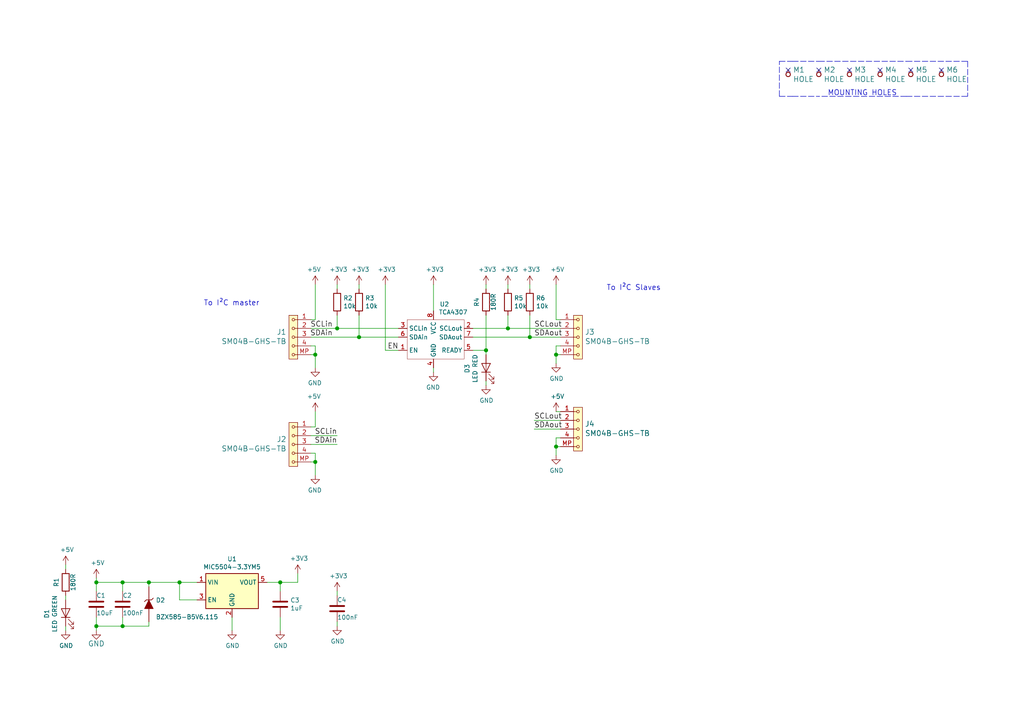
<source format=kicad_sch>
(kicad_sch (version 20210406) (generator eeschema)
  (paper "A4")
  (title_block (title "TFI2CEXT01A") (date "2021-04-05") (company "ThunderFly s.r.o.") (comment 1 "I2C expander") (comment 2 "Jacho  <info@thunderfly.cz>"))
  (lib_symbols
    (symbol "Device:C" (pin_numbers hide) (pin_names (offset 0.254))
      (property "Reference" "C" (at 0.635 2.54 0))
      (property "Value" "C" (at 0.635 -2.54 0))
      (symbol "C_0_1"
        (polyline (pts (xy -2.032 -0.762) (xy 2.032 -0.762)) (stroke (width 0.508)))
        (polyline (pts (xy -2.032 0.762) (xy 2.032 0.762)) (stroke (width 0.508)))
      )
      (symbol "C_1_1"
        (pin passive line (at 0 3.81 270) (length 2.794) (name "~") (number "1"))
        (pin passive line (at 0 -3.81 90) (length 2.794) (name "~") (number "2"))
      )
    )
    (symbol "Device:LED" (pin_numbers hide) (pin_names (offset 1.016) hide)
      (property "Reference" "D" (at 0 2.54 0))
      (property "Value" "LED" (at 0 -2.54 0))
      (symbol "LED_0_1"
        (polyline (pts (xy -1.27 -1.27) (xy -1.27 1.27)) (stroke (width 0.2032)))
        (polyline (pts (xy -1.27 0) (xy 1.27 0)))
        (polyline (pts (xy 1.27 -1.27) (xy 1.27 1.27) (xy -1.27 0) (xy 1.27 -1.27)) (stroke (width 0.2032)))
        (polyline (pts (xy -3.048 -0.762) (xy -4.572 -2.286) (xy -3.81 -2.286) (xy -4.572 -2.286) (xy -4.572 -1.524)))
        (polyline (pts (xy -1.778 -0.762) (xy -3.302 -2.286) (xy -2.54 -2.286) (xy -3.302 -2.286) (xy -3.302 -1.524)))
      )
      (symbol "LED_1_1"
        (pin passive line (at -3.81 0 0) (length 2.54) (name "K") (number "1"))
        (pin passive line (at 3.81 0 180) (length 2.54) (name "A") (number "2"))
      )
    )
    (symbol "Device:R" (pin_numbers hide) (pin_names (offset 0))
      (property "Reference" "R" (at 2.032 0 90))
      (property "Value" "R" (at 0 0 90))
      (symbol "R_0_1"
        (rectangle (start -1.016 -2.54) (end 1.016 2.54) (stroke (width 0.254)))
      )
      (symbol "R_1_1"
        (pin passive line (at 0 3.81 270) (length 1.27) (name "~") (number "1"))
        (pin passive line (at 0 -3.81 90) (length 1.27) (name "~") (number "2"))
      )
    )
    (symbol "MLAB_CONNECTORS_JST:SM04B-GHS-TB" (pin_names (offset 1.016))
      (property "Reference" "J" (at 0 -7.62 0))
      (property "Value" "SM04B-GHS-TB" (at 0 7.62 0))
      (symbol "SM04B-GHS-TB_0_1"
        (circle (center 0 -5.08) (radius 0.381))
        (circle (center 0 -2.54) (radius 0.381))
        (circle (center 0 0) (radius 0.381))
        (circle (center 0 2.54) (radius 0.381))
        (circle (center 0 5.08) (radius 0.381))
        (rectangle (start -1.27 6.35) (end 1.27 -6.35) (fill (type background)))
        (polyline (pts (xy -1.27 -5.08) (xy -0.381 -5.08)))
        (polyline (pts (xy -1.27 -2.54) (xy -0.381 -2.54)))
        (polyline (pts (xy -1.27 0) (xy -0.381 0)))
        (polyline (pts (xy -1.27 2.54) (xy -0.381 2.54)))
        (polyline (pts (xy -1.27 5.08) (xy -0.381 5.08)))
      )
      (symbol "SM04B-GHS-TB_1_1"
        (pin input line (at -5.08 5.08 0) (length 3.81) (name "~") (number "1"))
        (pin input line (at -5.08 2.54 0) (length 3.81) (name "~") (number "2"))
        (pin input line (at -5.08 0 0) (length 3.81) (name "~") (number "3"))
        (pin input line (at -5.08 -2.54 0) (length 3.81) (name "~") (number "4"))
        (pin input line (at -5.08 -5.08 0) (length 3.81) (name "~") (number "MP"))
      )
    )
    (symbol "MLAB_D:D_ZENER" (pin_numbers hide) (pin_names (offset 1.016) hide)
      (property "Reference" "D" (at 0 2.54 0))
      (property "Value" "D_ZENER" (at 0 -2.54 0))
      (symbol "D_ZENER_0_1"
        (polyline (pts (xy -1.778 1.27) (xy -1.27 0.762) (xy -1.27 -0.762) (xy -0.762 -1.27) (xy -0.762 -1.27)) (stroke (width 0.2032)))
        (polyline (pts (xy -1.27 0) (xy 1.27 1.27) (xy 1.27 -1.27) (xy -1.27 0) (xy -1.27 0)) (fill (type outline)))
      )
      (symbol "D_ZENER_1_1"
        (pin passive line (at -5.08 0 0) (length 3.81) (name "K") (number "1"))
        (pin passive line (at 5.08 0 180) (length 3.81) (name "A") (number "2"))
      )
    )
    (symbol "MLAB_IO:TCA4307"
      (property "Reference" "U" (at 3.81 6.35 0))
      (property "Value" "TCA4307" (at 6.35 -8.89 0))
      (symbol "TCA4307_0_1"
        (rectangle (start -7.62 5.08) (end 8.89 -6.35) (stroke (width 0.0006)))
      )
      (symbol "TCA4307_1_1"
        (pin unspecified line (at -10.16 -3.81 0) (length 2.54) (name "EN") (number "1"))
        (pin unspecified line (at 11.43 2.54 180) (length 2.54) (name "SCLout") (number "2"))
        (pin unspecified line (at -10.16 2.54 0) (length 2.54) (name "SCLin") (number "3"))
        (pin unspecified line (at 0 -8.89 90) (length 2.54) (name "GND") (number "4"))
        (pin unspecified line (at 11.43 -3.81 180) (length 2.54) (name "READY") (number "5"))
        (pin unspecified line (at -10.16 0 0) (length 2.54) (name "SDAin") (number "6"))
        (pin unspecified line (at 11.43 0 180) (length 2.54) (name "SDAout") (number "7"))
        (pin unspecified line (at 0 7.62 270) (length 2.54) (name "VCC") (number "8"))
      )
    )
    (symbol "MLAB_MECHANICAL:HOLE" (pin_numbers hide) (pin_names (offset 1.016) hide)
      (property "Reference" "M" (at 0 2.54 0))
      (property "Value" "HOLE" (at 0 -2.54 0))
      (symbol "HOLE_0_1"
        (circle (center 0 0) (radius 0.635) (stroke (width 0.254)))
      )
      (symbol "HOLE_1_1"
        (pin input line (at 1.27 0 180) (length 0.635) (name "~") (number "1"))
      )
    )
    (symbol "Regulator_Linear:MIC5504-3.3YM5"
      (property "Reference" "U" (at -7.62 8.89 0))
      (property "Value" "MIC5504-3.3YM5" (at -7.62 6.35 0))
      (symbol "MIC5504-3.3YM5_0_1"
        (rectangle (start -7.62 -5.08) (end 7.62 5.08) (stroke (width 0.254)) (fill (type background)))
      )
      (symbol "MIC5504-3.3YM5_1_1"
        (pin power_in line (at -10.16 2.54 0) (length 2.54) (name "VIN") (number "1"))
        (pin power_in line (at 0 -7.62 90) (length 2.54) (name "GND") (number "2"))
        (pin input line (at -10.16 -2.54 0) (length 2.54) (name "EN") (number "3"))
        (pin no_connect line (at 7.62 -2.54 180) (length 2.54) hide (name "NC") (number "4"))
        (pin power_out line (at 10.16 2.54 180) (length 2.54) (name "VOUT") (number "5"))
      )
    )
    (symbol "power:+3V3" (power) (pin_names (offset 0))
      (property "Value" "+3V3" (at 0 3.556 0))
      (symbol "+3V3_0_1"
        (polyline (pts (xy -0.762 1.27) (xy 0 2.54)))
        (polyline (pts (xy 0 0) (xy 0 2.54)))
        (polyline (pts (xy 0 2.54) (xy 0.762 1.27)))
      )
      (symbol "+3V3_1_1"
        (pin power_in line (at 0 0 90) (length 0) hide (name "+3V3") (number "1"))
      )
    )
    (symbol "power:+5V" (power) (pin_names (offset 0))
      (property "Value" "+5V" (at 0 3.556 0))
      (symbol "+5V_0_1"
        (polyline (pts (xy -0.762 1.27) (xy 0 2.54)))
        (polyline (pts (xy 0 0) (xy 0 2.54)))
        (polyline (pts (xy 0 2.54) (xy 0.762 1.27)))
      )
      (symbol "+5V_1_1"
        (pin power_in line (at 0 0 90) (length 0) hide (name "+5V") (number "1"))
      )
    )
    (symbol "power:GND" (power) (pin_names (offset 0))
      (property "Value" "GND" (at 0 -3.81 0))
      (symbol "GND_0_1"
        (polyline (pts (xy 0 0) (xy 0 -1.27) (xy 1.27 -1.27) (xy 0 -2.54) (xy -1.27 -1.27) (xy 0 -1.27)))
      )
      (symbol "GND_1_1"
        (pin power_in line (at 0 0 270) (length 0) hide (name "GND") (number "1"))
      )
    )
  )
  (junction (at 27.94 168.91) (diameter 1.016))
  (junction (at 27.94 181.61) (diameter 1.016))
  (junction (at 35.56 168.91) (diameter 1.016))
  (junction (at 35.56 181.61) (diameter 1.016))
  (junction (at 43.18 168.91) (diameter 1.016))
  (junction (at 52.07 168.91) (diameter 1.016))
  (junction (at 81.28 168.91) (diameter 1.016))
  (junction (at 91.44 102.87) (diameter 1.016))
  (junction (at 91.44 133.985) (diameter 1.016))
  (junction (at 97.79 95.25) (diameter 1.016))
  (junction (at 104.14 97.79) (diameter 1.016))
  (junction (at 140.97 101.6) (diameter 1.016))
  (junction (at 147.32 95.25) (diameter 1.016))
  (junction (at 153.67 97.79) (diameter 1.016))
  (junction (at 161.29 102.87) (diameter 1.016))
  (junction (at 161.29 129.54) (diameter 1.016))
  (no_connect (at 228.6 20.32))
  (no_connect (at 237.49 20.32))
  (no_connect (at 246.38 20.32))
  (no_connect (at 255.27 20.32))
  (no_connect (at 264.16 20.32))
  (no_connect (at 273.05 20.32))
  (wire (pts (xy 19.05 163.83) (xy 19.05 165.1)))
  (wire (pts (xy 19.05 172.72) (xy 19.05 173.99)))
  (wire (pts (xy 19.05 181.61) (xy 19.05 182.88)))
  (wire (pts (xy 27.94 167.64) (xy 27.94 168.91)))
  (wire (pts (xy 27.94 168.91) (xy 35.56 168.91)))
  (wire (pts (xy 27.94 171.45) (xy 27.94 168.91)))
  (wire (pts (xy 27.94 179.07) (xy 27.94 181.61)))
  (wire (pts (xy 27.94 181.61) (xy 27.94 182.88)))
  (wire (pts (xy 27.94 181.61) (xy 35.56 181.61)))
  (wire (pts (xy 35.56 168.91) (xy 43.18 168.91)))
  (wire (pts (xy 35.56 171.45) (xy 35.56 168.91)))
  (wire (pts (xy 35.56 179.07) (xy 35.56 181.61)))
  (wire (pts (xy 35.56 181.61) (xy 43.18 181.61)))
  (wire (pts (xy 43.18 168.91) (xy 52.07 168.91)))
  (wire (pts (xy 43.18 170.18) (xy 43.18 168.91)))
  (wire (pts (xy 43.18 180.34) (xy 43.18 181.61)))
  (wire (pts (xy 52.07 173.99) (xy 52.07 168.91)))
  (wire (pts (xy 57.15 168.91) (xy 52.07 168.91)))
  (wire (pts (xy 57.15 173.99) (xy 52.07 173.99)))
  (wire (pts (xy 67.31 179.07) (xy 67.31 182.88)))
  (wire (pts (xy 77.47 168.91) (xy 81.28 168.91)))
  (wire (pts (xy 81.28 168.91) (xy 81.28 171.45)))
  (wire (pts (xy 81.28 168.91) (xy 86.36 168.91)))
  (wire (pts (xy 81.28 179.07) (xy 81.28 182.88)))
  (wire (pts (xy 86.36 168.91) (xy 86.36 166.37)))
  (wire (pts (xy 90.17 95.25) (xy 97.79 95.25)))
  (wire (pts (xy 90.17 97.79) (xy 104.14 97.79)))
  (wire (pts (xy 90.17 100.33) (xy 91.44 100.33)))
  (wire (pts (xy 90.17 102.87) (xy 91.44 102.87)))
  (wire (pts (xy 90.17 126.365) (xy 97.79 126.365)))
  (wire (pts (xy 90.17 128.905) (xy 97.79 128.905)))
  (wire (pts (xy 90.17 131.445) (xy 91.44 131.445)))
  (wire (pts (xy 90.17 133.985) (xy 91.44 133.985)))
  (wire (pts (xy 91.44 82.55) (xy 91.44 92.71)))
  (wire (pts (xy 91.44 92.71) (xy 90.17 92.71)))
  (wire (pts (xy 91.44 100.33) (xy 91.44 102.87)))
  (wire (pts (xy 91.44 102.87) (xy 91.44 106.68)))
  (wire (pts (xy 91.44 119.38) (xy 91.44 123.825)))
  (wire (pts (xy 91.44 123.825) (xy 90.17 123.825)))
  (wire (pts (xy 91.44 131.445) (xy 91.44 133.985)))
  (wire (pts (xy 91.44 133.985) (xy 91.44 137.795)))
  (wire (pts (xy 97.79 82.55) (xy 97.79 83.82)))
  (wire (pts (xy 97.79 91.44) (xy 97.79 95.25)))
  (wire (pts (xy 97.79 95.25) (xy 115.57 95.25)))
  (wire (pts (xy 97.79 171.45) (xy 97.79 172.72)))
  (wire (pts (xy 97.79 180.34) (xy 97.79 181.61)))
  (wire (pts (xy 104.14 82.55) (xy 104.14 83.82)))
  (wire (pts (xy 104.14 91.44) (xy 104.14 97.79)))
  (wire (pts (xy 104.14 97.79) (xy 115.57 97.79)))
  (wire (pts (xy 111.76 101.6) (xy 111.76 82.55)))
  (wire (pts (xy 115.57 101.6) (xy 111.76 101.6)))
  (wire (pts (xy 125.73 82.55) (xy 125.73 90.17)))
  (wire (pts (xy 125.73 106.68) (xy 125.73 107.95)))
  (wire (pts (xy 137.16 95.25) (xy 147.32 95.25)))
  (wire (pts (xy 137.16 97.79) (xy 153.67 97.79)))
  (wire (pts (xy 137.16 101.6) (xy 140.97 101.6)))
  (wire (pts (xy 140.97 82.55) (xy 140.97 83.82)))
  (wire (pts (xy 140.97 91.44) (xy 140.97 101.6)))
  (wire (pts (xy 140.97 101.6) (xy 140.97 102.87)))
  (wire (pts (xy 140.97 110.49) (xy 140.97 111.76)))
  (wire (pts (xy 147.32 82.55) (xy 147.32 83.82)))
  (wire (pts (xy 147.32 91.44) (xy 147.32 95.25)))
  (wire (pts (xy 147.32 95.25) (xy 162.56 95.25)))
  (wire (pts (xy 153.67 82.55) (xy 153.67 83.82)))
  (wire (pts (xy 153.67 91.44) (xy 153.67 97.79)))
  (wire (pts (xy 153.67 97.79) (xy 162.56 97.79)))
  (wire (pts (xy 154.94 121.92) (xy 162.56 121.92)))
  (wire (pts (xy 154.94 124.46) (xy 162.56 124.46)))
  (wire (pts (xy 161.29 82.55) (xy 161.29 92.71)))
  (wire (pts (xy 161.29 92.71) (xy 162.56 92.71)))
  (wire (pts (xy 161.29 100.33) (xy 161.29 102.87)))
  (wire (pts (xy 161.29 102.87) (xy 161.29 105.41)))
  (wire (pts (xy 161.29 119.38) (xy 162.56 119.38)))
  (wire (pts (xy 161.29 127) (xy 161.29 129.54)))
  (wire (pts (xy 161.29 129.54) (xy 161.29 132.08)))
  (wire (pts (xy 162.56 100.33) (xy 161.29 100.33)))
  (wire (pts (xy 162.56 102.87) (xy 161.29 102.87)))
  (wire (pts (xy 162.56 127) (xy 161.29 127)))
  (wire (pts (xy 162.56 129.54) (xy 161.29 129.54)))
  (polyline (pts (xy 226.06 17.78) (xy 229.87 17.78)) (stroke (width 0) (type dash)))
  (polyline (pts (xy 226.06 27.94) (xy 226.06 17.78)) (stroke (width 0) (type dash)))
  (polyline (pts (xy 226.06 27.94) (xy 229.87 27.94)) (stroke (width 0) (type dash)))
  (polyline (pts (xy 229.87 17.78) (xy 237.49 17.78)) (stroke (width 0) (type dash)))
  (polyline (pts (xy 229.87 27.94) (xy 237.49 27.94)) (stroke (width 0) (type dash)))
  (polyline (pts (xy 237.49 17.78) (xy 262.89 17.78)) (stroke (width 0) (type dash)))
  (polyline (pts (xy 262.89 17.78) (xy 280.67 17.78)) (stroke (width 0) (type dash)))
  (polyline (pts (xy 262.89 27.94) (xy 237.49 27.94)) (stroke (width 0) (type dash)))
  (polyline (pts (xy 262.89 27.94) (xy 280.67 27.94)) (stroke (width 0) (type dash)))
  (polyline (pts (xy 280.67 17.78) (xy 280.67 27.94)) (stroke (width 0) (type dash)))
  (text "To I²C master" (at 59.055 88.9 0) (effects (font (size 1.524 1.524)) (justify left bottom)))
  (text "To I²C Slaves" (at 175.895 84.455 0) (effects (font (size 1.524 1.524)) (justify left bottom)))
  (text "MOUNTING HOLES" (at 240.03 27.94 0) (effects (font (size 1.524 1.524)) (justify left bottom)))
  (label "SCLin" (at 96.52 95.25 180) (effects (font (size 1.524 1.524))))
  (label "SDAin" (at 96.52 97.79 180) (effects (font (size 1.524 1.524))))
  (label "SCLin" (at 97.79 126.365 180) (effects (font (size 1.524 1.524))))
  (label "SDAin" (at 97.79 128.905 180) (effects (font (size 1.524 1.524))))
  (label "EN" (at 115.57 101.6 180) (effects (font (size 1.524 1.524))))
  (label "SCLout" (at 154.94 95.25 0) (effects (font (size 1.524 1.524))))
  (label "SDAout" (at 154.94 97.79 0) (effects (font (size 1.524 1.524))))
  (label "SCLout" (at 154.94 121.92 0) (effects (font (size 1.524 1.524))))
  (label "SDAout" (at 154.94 124.46 0) (effects (font (size 1.524 1.524))))
  (symbol (lib_id "MLAB_MECHANICAL:HOLE") (at 228.6 21.59 90) (unit 1)
    (property "Reference" "M1" (at 229.9971 20.2579 90) (effects (font (size 1.524 1.524)) (justify right)))
    (property "Value" "HOLE" (at 229.9971 22.9655 90) (effects (font (size 1.524 1.524)) (justify right)))
    (property "Footprint" "Mlab_Mechanical:dira_3mm" (effects hide))
  )
  (symbol (lib_id "MLAB_MECHANICAL:HOLE") (at 237.49 21.59 90) (unit 1)
    (property "Reference" "M2" (at 238.8871 20.2579 90) (effects (font (size 1.524 1.524)) (justify right)))
    (property "Value" "HOLE" (at 238.8871 22.9655 90) (effects (font (size 1.524 1.524)) (justify right)))
    (property "Footprint" "Mlab_Mechanical:dira_3mm" (effects hide))
  )
  (symbol (lib_id "MLAB_MECHANICAL:HOLE") (at 246.38 21.59 90) (unit 1)
    (property "Reference" "M3" (at 247.7771 20.2579 90) (effects (font (size 1.524 1.524)) (justify right)))
    (property "Value" "HOLE" (at 247.7771 22.9655 90) (effects (font (size 1.524 1.524)) (justify right)))
    (property "Footprint" "Mlab_Mechanical:dira_3mm" (effects hide))
  )
  (symbol (lib_id "MLAB_MECHANICAL:HOLE") (at 255.27 21.59 90) (unit 1)
    (property "Reference" "M4" (at 256.6671 20.2579 90) (effects (font (size 1.524 1.524)) (justify right)))
    (property "Value" "HOLE" (at 256.6671 22.9655 90) (effects (font (size 1.524 1.524)) (justify right)))
    (property "Footprint" "Mlab_Mechanical:dira_3mm" (effects hide))
  )
  (symbol (lib_id "MLAB_MECHANICAL:HOLE") (at 264.16 21.59 90) (unit 1)
    (property "Reference" "M5" (at 265.5571 20.2579 90) (effects (font (size 1.524 1.524)) (justify right)))
    (property "Value" "HOLE" (at 265.5571 22.9655 90) (effects (font (size 1.524 1.524)) (justify right)))
    (property "Footprint" "Mlab_Mechanical:dira_3mm" (effects hide))
  )
  (symbol (lib_id "MLAB_MECHANICAL:HOLE") (at 273.05 21.59 90) (unit 1)
    (property "Reference" "M6" (at 274.4471 20.2579 90) (effects (font (size 1.524 1.524)) (justify right)))
    (property "Value" "HOLE" (at 274.4471 22.9655 90) (effects (font (size 1.524 1.524)) (justify right)))
    (property "Footprint" "Mlab_Mechanical:dira_3mm" (effects hide))
  )
  (symbol (lib_id "power:+5V") (at 19.05 163.83 0) (unit 1)
    (property "Reference" "#PWR01" (effects hide))
    (property "Value" "+5V" (at 19.431 159.4358 0))
  )
  (symbol (lib_id "power:+5V") (at 27.94 167.64 0) (unit 1)
    (property "Reference" "#PWR03" (effects hide))
    (property "Value" "+5V" (at 28.321 163.2458 0))
  )
  (symbol (lib_id "power:+3V3") (at 86.36 166.37 0) (unit 1)
    (property "Reference" "#PWR07" (effects hide))
    (property "Value" "+3V3" (at 86.741 161.9758 0))
  )
  (symbol (lib_id "power:+5V") (at 91.44 82.55 0) (mirror y) (unit 1)
    (property "Reference" "#PWR08" (effects hide))
    (property "Value" "+5V" (at 91.059 78.1558 0))
  )
  (symbol (lib_id "power:+5V") (at 91.44 119.38 0) (mirror y) (unit 1)
    (property "Reference" "#PWR010" (effects hide))
    (property "Value" "+5V" (at 91.059 114.9858 0))
  )
  (symbol (lib_id "power:+3V3") (at 97.79 82.55 0) (unit 1)
    (property "Reference" "#PWR012" (effects hide))
    (property "Value" "+3V3" (at 98.171 78.1558 0))
  )
  (symbol (lib_id "power:+3V3") (at 97.79 171.45 0) (unit 1)
    (property "Reference" "#PWR013" (effects hide))
    (property "Value" "+3V3" (at 98.171 167.0558 0))
  )
  (symbol (lib_id "power:+3V3") (at 104.14 82.55 0) (unit 1)
    (property "Reference" "#PWR015" (effects hide))
    (property "Value" "+3V3" (at 104.521 78.1558 0))
  )
  (symbol (lib_id "power:+3V3") (at 111.76 82.55 0) (unit 1)
    (property "Reference" "#PWR016" (effects hide))
    (property "Value" "+3V3" (at 112.141 78.1558 0))
  )
  (symbol (lib_id "power:+3V3") (at 125.73 82.55 0) (unit 1)
    (property "Reference" "#PWR017" (effects hide))
    (property "Value" "+3V3" (at 126.111 78.1558 0))
  )
  (symbol (lib_id "power:+3V3") (at 140.97 82.55 0) (unit 1)
    (property "Reference" "#PWR019" (effects hide))
    (property "Value" "+3V3" (at 141.351 78.1558 0))
  )
  (symbol (lib_id "power:+3V3") (at 147.32 82.55 0) (unit 1)
    (property "Reference" "#PWR021" (effects hide))
    (property "Value" "+3V3" (at 147.701 78.1558 0))
  )
  (symbol (lib_id "power:+3V3") (at 153.67 82.55 0) (unit 1)
    (property "Reference" "#PWR022" (effects hide))
    (property "Value" "+3V3" (at 154.051 78.1558 0))
  )
  (symbol (lib_id "power:+5V") (at 161.29 82.55 0) (unit 1)
    (property "Reference" "#PWR023" (effects hide))
    (property "Value" "+5V" (at 161.671 78.1558 0))
  )
  (symbol (lib_id "power:+5V") (at 161.29 119.38 0) (unit 1)
    (property "Reference" "#PWR025" (effects hide))
    (property "Value" "+5V" (at 161.671 114.9858 0))
  )
  (symbol (lib_id "power:GND") (at 19.05 182.88 0) (unit 1)
    (property "Reference" "#PWR02" (effects hide))
    (property "Value" "GND" (at 19.177 187.2742 0))
  )
  (symbol (lib_id "power:GND") (at 27.94 182.88 0) (unit 1)
    (property "Reference" "#PWR04" (effects hide))
    (property "Value" "GND" (at 27.94 186.69 0) (effects (font (size 1.524 1.524))))
  )
  (symbol (lib_id "power:GND") (at 67.31 182.88 0) (unit 1)
    (property "Reference" "#PWR05" (effects hide))
    (property "Value" "GND" (at 67.437 187.2742 0))
  )
  (symbol (lib_id "power:GND") (at 81.28 182.88 0) (unit 1)
    (property "Reference" "#PWR06" (effects hide))
    (property "Value" "GND" (at 81.407 187.2742 0))
  )
  (symbol (lib_id "power:GND") (at 91.44 106.68 0) (mirror y) (unit 1)
    (property "Reference" "#PWR09" (effects hide))
    (property "Value" "GND" (at 91.313 111.0742 0))
  )
  (symbol (lib_id "power:GND") (at 91.44 137.795 0) (mirror y) (unit 1)
    (property "Reference" "#PWR011" (effects hide))
    (property "Value" "GND" (at 91.313 142.1892 0))
  )
  (symbol (lib_id "power:GND") (at 97.79 181.61 0) (unit 1)
    (property "Reference" "#PWR014" (effects hide))
    (property "Value" "GND" (at 97.917 186.0042 0))
  )
  (symbol (lib_id "power:GND") (at 125.73 107.95 0) (mirror y) (unit 1)
    (property "Reference" "#PWR018" (effects hide))
    (property "Value" "GND" (at 125.603 112.3442 0))
  )
  (symbol (lib_id "power:GND") (at 140.97 111.76 0) (unit 1)
    (property "Reference" "#PWR020" (effects hide))
    (property "Value" "GND" (at 141.097 116.1542 0))
  )
  (symbol (lib_id "power:GND") (at 161.29 105.41 0) (unit 1)
    (property "Reference" "#PWR024" (effects hide))
    (property "Value" "GND" (at 161.417 109.8042 0))
  )
  (symbol (lib_id "power:GND") (at 161.29 132.08 0) (unit 1)
    (property "Reference" "#PWR026" (effects hide))
    (property "Value" "GND" (at 161.417 136.4742 0))
  )
  (symbol (lib_id "Device:R") (at 19.05 168.91 0) (unit 1)
    (property "Reference" "R1" (at 16.3322 168.91 90))
    (property "Value" "180R" (at 21.184 168.91 90))
    (property "Footprint" "Mlab_R:SMD-0603" (effects hide))
    (property "UST_ID" "5c70984512875079b91f8957" (effects hide))
  )
  (symbol (lib_id "Device:R") (at 97.79 87.63 0) (unit 1)
    (property "Reference" "R2" (at 99.568 86.462 0) (effects (justify left)))
    (property "Value" "10k" (at 99.568 88.773 0) (effects (justify left)))
    (property "Footprint" "Mlab_R:SMD-0603" (effects hide))
    (property "UST_ID" "5c70984512875079b91f8962" (effects hide))
  )
  (symbol (lib_id "Device:R") (at 104.14 87.63 0) (unit 1)
    (property "Reference" "R3" (at 105.918 86.4616 0) (effects (justify left)))
    (property "Value" "10k" (at 105.918 88.773 0) (effects (justify left)))
    (property "Footprint" "Mlab_R:SMD-0603" (effects hide))
    (property "UST_ID" "5c70984512875079b91f8962" (effects hide))
  )
  (symbol (lib_id "Device:R") (at 140.97 87.63 0) (unit 1)
    (property "Reference" "R4" (at 138.2522 87.63 90))
    (property "Value" "180R" (at 143.104 87.63 90))
    (property "Footprint" "Mlab_R:SMD-0603" (effects hide))
    (property "UST_ID" "5c70984512875079b91f8957" (effects hide))
  )
  (symbol (lib_id "Device:R") (at 147.32 87.63 0) (unit 1)
    (property "Reference" "R5" (at 149.098 86.462 0) (effects (justify left)))
    (property "Value" "10k" (at 149.098 88.773 0) (effects (justify left)))
    (property "Footprint" "Mlab_R:SMD-0603" (effects hide))
    (property "UST_ID" "5c70984512875079b91f8962" (effects hide))
  )
  (symbol (lib_id "Device:R") (at 153.67 87.63 0) (unit 1)
    (property "Reference" "R6" (at 155.448 86.4616 0) (effects (justify left)))
    (property "Value" "10k" (at 155.448 88.773 0) (effects (justify left)))
    (property "Footprint" "Mlab_R:SMD-0603" (effects hide))
    (property "UST_ID" "5c70984512875079b91f8962" (effects hide))
  )
  (symbol (lib_id "MLAB_D:D_ZENER") (at 43.18 175.26 270) (unit 1)
    (property "Reference" "D2" (at 45.1866 174.0916 90) (effects (justify left)))
    (property "Value" "BZX585-B5V6.115" (at 45.187 178.943 90) (effects (justify left)))
    (property "Footprint" "Diode_SMD:D_SOD-523" (effects hide))
    (property "UST_ID" "60879d38128750769ee58e48" (effects hide))
  )
  (symbol (lib_id "Device:LED") (at 19.05 177.8 90) (unit 1)
    (property "Reference" "D1" (at 13.5636 178.0286 0))
    (property "Value" "LED GREEN" (at 15.875 178.029 0))
    (property "Footprint" "Mlab_D:LED_1206" (effects hide))
    (property "UST_ID" "5c70984412875079b91f8895" (effects hide))
  )
  (symbol (lib_id "Device:LED") (at 140.97 106.68 90) (unit 1)
    (property "Reference" "D3" (at 135.4836 106.9086 0))
    (property "Value" "LED RED" (at 137.795 106.9086 0))
    (property "Footprint" "Mlab_D:LED_1206" (effects hide))
    (property "UST_ID" "5c70984412875079b91f8896" (effects hide))
  )
  (symbol (lib_id "Device:C") (at 27.94 175.26 0) (unit 1)
    (property "Reference" "C1" (at 27.94 172.72 0) (effects (justify left)))
    (property "Value" "10uF" (at 27.94 177.8 0) (effects (justify left)))
    (property "Footprint" "Mlab_R:SMD-0805" (effects hide))
    (property "UST_ID" "5c70984812875079b91f8bbd" (effects hide))
  )
  (symbol (lib_id "Device:C") (at 35.56 175.26 0) (unit 1)
    (property "Reference" "C2" (at 35.56 172.72 0) (effects (justify left)))
    (property "Value" "100nF" (at 35.56 177.8 0) (effects (justify left)))
    (property "Footprint" "Mlab_R:SMD-0603" (effects hide))
    (property "UST_ID" "5c70984812875079b91f8bf2" (effects hide))
  )
  (symbol (lib_id "Device:C") (at 81.28 175.26 0) (unit 1)
    (property "Reference" "C3" (at 84.201 174.0916 0) (effects (justify left)))
    (property "Value" "1uF" (at 84.201 176.403 0) (effects (justify left)))
    (property "Footprint" "Mlab_R:SMD-0603" (effects hide))
    (property "UST_ID" "5c70984812875079b91f8bc2" (effects hide))
  )
  (symbol (lib_id "Device:C") (at 97.79 176.53 0) (unit 1)
    (property "Reference" "C4" (at 97.79 173.99 0) (effects (justify left)))
    (property "Value" "100nF" (at 97.79 179.07 0) (effects (justify left)))
    (property "Footprint" "Mlab_R:SMD-0603" (effects hide))
    (property "UST_ID" "5c70984812875079b91f8bf2" (effects hide))
  )
  (symbol (lib_id "MLAB_CONNECTORS_JST:SM04B-GHS-TB") (at 85.09 97.79 0) (mirror y) (unit 1)
    (property "Reference" "J1" (at 83.1088 96.2914 0) (effects (font (size 1.524 1.524)) (justify left)))
    (property "Value" "SM04B-GHS-TB" (at 83.1088 99.0092 0) (effects (font (size 1.524 1.524)) (justify left)))
    (property "Footprint" "Connector_JST:JST_GH_SM04B-GHS-TB_1x04-1MP_P1.25mm_Horizontal" (effects hide))
    (property "UST_ID" "5c86273d1287500b4e0280be" (effects hide))
  )
  (symbol (lib_id "MLAB_CONNECTORS_JST:SM04B-GHS-TB") (at 85.09 128.905 0) (mirror y) (unit 1)
    (property "Reference" "J2" (at 83.1088 127.4064 0) (effects (font (size 1.524 1.524)) (justify left)))
    (property "Value" "SM04B-GHS-TB" (at 83.1088 130.1242 0) (effects (font (size 1.524 1.524)) (justify left)))
    (property "Footprint" "Connector_JST:JST_GH_SM04B-GHS-TB_1x04-1MP_P1.25mm_Horizontal" (effects hide))
    (property "UST_ID" "5c86273d1287500b4e0280be" (effects hide))
  )
  (symbol (lib_id "MLAB_CONNECTORS_JST:SM04B-GHS-TB") (at 167.64 97.79 0) (unit 1)
    (property "Reference" "J3" (at 169.6212 96.2914 0) (effects (font (size 1.524 1.524)) (justify left)))
    (property "Value" "SM04B-GHS-TB" (at 169.6212 99.0092 0) (effects (font (size 1.524 1.524)) (justify left)))
    (property "Footprint" "Connector_JST:JST_GH_SM04B-GHS-TB_1x04-1MP_P1.25mm_Horizontal" (effects hide))
    (property "UST_ID" "5c86273d1287500b4e0280be" (effects hide))
  )
  (symbol (lib_id "MLAB_CONNECTORS_JST:SM04B-GHS-TB") (at 167.64 124.46 0) (unit 1)
    (property "Reference" "J4" (at 169.6212 122.9614 0) (effects (font (size 1.524 1.524)) (justify left)))
    (property "Value" "SM04B-GHS-TB" (at 169.6212 125.6792 0) (effects (font (size 1.524 1.524)) (justify left)))
    (property "Footprint" "Connector_JST:JST_GH_SM04B-GHS-TB_1x04-1MP_P1.25mm_Horizontal" (effects hide))
    (property "UST_ID" "5c86273d1287500b4e0280be" (effects hide))
  )
  (symbol (lib_id "Regulator_Linear:MIC5504-3.3YM5") (at 67.31 171.45 0) (unit 1)
    (property "Reference" "U1" (at 67.31 162.1282 0))
    (property "Value" "MIC5504-3.3YM5" (at 67.31 164.4396 0))
    (property "Footprint" "Package_TO_SOT_SMD:SOT-23-5" (effects hide))
    (property "Datasheet" "http://ww1.microchip.com/downloads/en/DeviceDoc/MIC550X.pdf" (effects hide))
    (property "UST_ID" "5c7255e81287500b4e112ea2" (effects hide))
  )
  (symbol (lib_id "MLAB_IO:TCA4307") (at 125.73 97.79 0) (unit 1)
    (property "Reference" "U2" (at 128.905 88.2458 0))
    (property "Value" "TCA4307" (at 131.445 90.5445 0))
    (property "Footprint" "Package_SO:VSSOP-8_3.0x3.0mm_P0.65mm" (effects hide))
    (property "Datasheet" "https://www.ti.com/lit/ds/symlink/tca4307.pdf?ts=1617607418171&ref_url=https%253A%252F%252Fwww.ti.com%252Fproduct%252FTCA4307" (effects hide))
    (property "UST_ID" "6087a3f3128750769ee58f03" (effects hide))
  )
)
</source>
